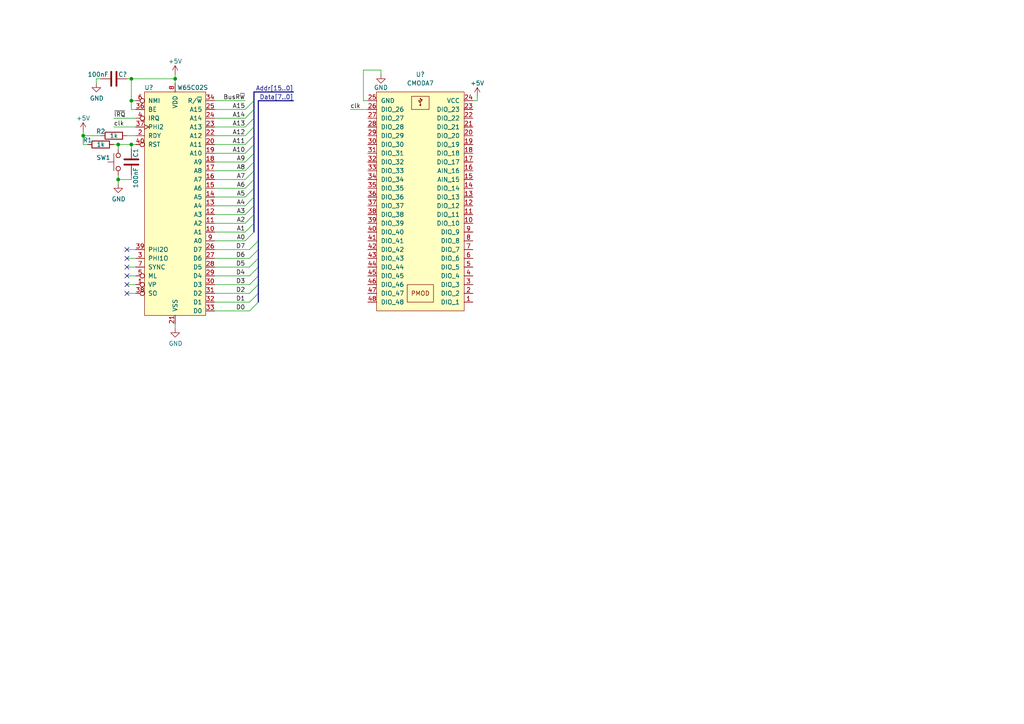
<source format=kicad_sch>
(kicad_sch (version 20211123) (generator eeschema)
  (paper "A4")
  (lib_symbols
    (symbol "6502:CMODA7" (pin_names (offset 1.2192))
      (property "Reference" "U?" (at 0 35.56 0))
      (property "Value" "CMODA7" (at 0 33.02 0))
      (symbol "CMODA7_0_0"
        (rectangle (start -12.7 30.48) (end 12.7 -33.02) (fill (type background)))
        (text "PMOD" (at 0 -27.94 0) (effects (font (size 1.27 1.27))))
      )
      (symbol "CMODA7_0_1"
        (rectangle (start -2.54 29.21) (end 2.54 25.4))
        (circle (center -0.381 27.94) (radius 0.127))
        (polyline (pts (xy 0 26.67) (xy 0 27.559)))
        (polyline (pts (xy 0 27.559) (xy 0 28.448)))
        (polyline (pts (xy 0 27.305) (xy -0.381 27.559) (xy -0.381 27.94)))
        (polyline (pts (xy 0 27.559) (xy 0.381 27.813) (xy 0.381 28.067)))
        (polyline (pts (xy 0 28.702) (xy -0.127 28.448) (xy 0.127 28.448) (xy 0 28.702)))
        (circle (center 0 26.67) (radius 0.1796) (fill (type outline)))
        (rectangle (start 0.254 28.067) (end 0.508 28.321) (fill (type outline)))
      )
      (symbol "CMODA7_1_1"
        (rectangle (start -3.81 -25.4) (end 3.81 -30.48))
        (pin tri_state line (at 15.24 -30.48 180) (length 2.54) (name "DIO_1") (number "1"))
        (pin tri_state line (at 15.24 -7.62 180) (length 2.54) (name "DIO_10") (number "10"))
        (pin tri_state line (at 15.24 -5.08 180) (length 2.54) (name "DIO_11") (number "11"))
        (pin tri_state line (at 15.24 -2.54 180) (length 2.54) (name "DIO_12") (number "12"))
        (pin tri_state line (at 15.24 0 180) (length 2.54) (name "DIO_13") (number "13"))
        (pin tri_state line (at 15.24 2.54 180) (length 2.54) (name "DIO_14") (number "14"))
        (pin tri_state line (at 15.24 5.08 180) (length 2.54) (name "AIN_15") (number "15"))
        (pin tri_state line (at 15.24 7.62 180) (length 2.54) (name "AIN_16") (number "16"))
        (pin tri_state line (at 15.24 10.16 180) (length 2.54) (name "DIO_17") (number "17"))
        (pin tri_state line (at 15.24 12.7 180) (length 2.54) (name "DIO_18") (number "18"))
        (pin tri_state line (at 15.24 15.24 180) (length 2.54) (name "DIO_19") (number "19"))
        (pin tri_state line (at 15.24 -27.94 180) (length 2.54) (name "DIO_2") (number "2"))
        (pin tri_state line (at 15.24 17.78 180) (length 2.54) (name "DIO_20") (number "20"))
        (pin tri_state line (at 15.24 20.32 180) (length 2.54) (name "DIO_21") (number "21"))
        (pin tri_state line (at 15.24 22.86 180) (length 2.54) (name "DIO_22") (number "22"))
        (pin tri_state line (at 15.24 25.4 180) (length 2.54) (name "DIO_23") (number "23"))
        (pin power_out line (at 15.24 27.94 180) (length 2.54) (name "VCC") (number "24"))
        (pin power_in line (at -15.24 27.94 0) (length 2.54) (name "GND") (number "25"))
        (pin tri_state line (at -15.24 25.4 0) (length 2.54) (name "DIO_26") (number "26"))
        (pin tri_state line (at -15.24 22.86 0) (length 2.54) (name "DIO_27") (number "27"))
        (pin tri_state line (at -15.24 20.32 0) (length 2.54) (name "DIO_28") (number "28"))
        (pin tri_state line (at -15.24 17.78 0) (length 2.54) (name "DIO_29") (number "29"))
        (pin tri_state line (at 15.24 -25.4 180) (length 2.54) (name "DIO_3") (number "3"))
        (pin tri_state line (at -15.24 15.24 0) (length 2.54) (name "DIO_30") (number "30"))
        (pin tri_state line (at -15.24 12.7 0) (length 2.54) (name "DIO_31") (number "31"))
        (pin tri_state line (at -15.24 10.16 0) (length 2.54) (name "DIO_32") (number "32"))
        (pin tri_state line (at -15.24 7.62 0) (length 2.54) (name "DIO_33") (number "33"))
        (pin tri_state line (at -15.24 5.08 0) (length 2.54) (name "DIO_34") (number "34"))
        (pin tri_state line (at -15.24 2.54 0) (length 2.54) (name "DIO_35") (number "35"))
        (pin tri_state line (at -15.24 0 0) (length 2.54) (name "DIO_36") (number "36"))
        (pin tri_state line (at -15.24 -2.54 0) (length 2.54) (name "DIO_37") (number "37"))
        (pin tri_state line (at -15.24 -5.08 0) (length 2.54) (name "DIO_38") (number "38"))
        (pin tri_state line (at -15.24 -7.62 0) (length 2.54) (name "DIO_39") (number "39"))
        (pin tri_state line (at 15.24 -22.86 180) (length 2.54) (name "DIO_4") (number "4"))
        (pin tri_state line (at -15.24 -10.16 0) (length 2.54) (name "DIO_40") (number "40"))
        (pin tri_state line (at -15.24 -12.7 0) (length 2.54) (name "DIO_41") (number "41"))
        (pin tri_state line (at -15.24 -15.24 0) (length 2.54) (name "DIO_42") (number "42"))
        (pin tri_state line (at -15.24 -17.78 0) (length 2.54) (name "DIO_43") (number "43"))
        (pin tri_state line (at -15.24 -20.32 0) (length 2.54) (name "DIO_44") (number "44"))
        (pin tri_state line (at -15.24 -22.86 0) (length 2.54) (name "DIO_45") (number "45"))
        (pin tri_state line (at -15.24 -25.4 0) (length 2.54) (name "DIO_46") (number "46"))
        (pin tri_state line (at -15.24 -27.94 0) (length 2.54) (name "DIO_47") (number "47"))
        (pin tri_state line (at -15.24 -30.48 0) (length 2.54) (name "DIO_48") (number "48"))
        (pin tri_state line (at 15.24 -20.32 180) (length 2.54) (name "DIO_5") (number "5"))
        (pin tri_state line (at 15.24 -17.78 180) (length 2.54) (name "DIO_6") (number "6"))
        (pin tri_state line (at 15.24 -15.24 180) (length 2.54) (name "DIO_7") (number "7"))
        (pin tri_state line (at 15.24 -12.7 180) (length 2.54) (name "DIO_8") (number "8"))
        (pin tri_state line (at 15.24 -10.16 180) (length 2.54) (name "DIO_9") (number "9"))
      )
    )
    (symbol "6502:SW_Push" (pin_numbers hide) (pin_names (offset 1.016) hide)
      (property "Reference" "SW" (at 1.27 2.54 0))
      (property "Value" "SW_Push" (at 0 -1.524 0))
      (symbol "SW_Push_0_1"
        (polyline (pts (xy 0 1.27) (xy 0 3.048)))
        (polyline (pts (xy 2.54 1.27) (xy -2.54 1.27)))
        (pin passive inverted (at -3.81 0 0) (length 2.54) (name "1") (number "1"))
        (pin passive inverted (at 3.81 0 180) (length 2.54) (name "2") (number "2"))
      )
    )
    (symbol "6502:W65C02S" (pin_names (offset 1.016))
      (property "Reference" "U" (at 2.54 33.02 0))
      (property "Value" "W65C02S" (at -6.35 33.02 0))
      (symbol "W65C02S_0_1"
        (rectangle (start -8.89 31.75) (end 8.89 -33.02) (fill (type background)))
      )
      (symbol "W65C02S_1_1"
        (pin output inverted (at -11.43 -24.13 0) (length 2.54) (name "VP") (number "1"))
        (pin tri_state line (at 11.43 -8.89 180) (length 2.54) (name "A1") (number "10"))
        (pin tri_state line (at 11.43 -6.35 180) (length 2.54) (name "A2") (number "11"))
        (pin tri_state line (at 11.43 -3.81 180) (length 2.54) (name "A3") (number "12"))
        (pin tri_state line (at 11.43 -1.27 180) (length 2.54) (name "A4") (number "13"))
        (pin tri_state line (at 11.43 1.27 180) (length 2.54) (name "A5") (number "14"))
        (pin tri_state line (at 11.43 3.81 180) (length 2.54) (name "A6") (number "15"))
        (pin tri_state line (at 11.43 6.35 180) (length 2.54) (name "A7") (number "16"))
        (pin tri_state line (at 11.43 8.89 180) (length 2.54) (name "A8") (number "17"))
        (pin tri_state line (at 11.43 11.43 180) (length 2.54) (name "A9") (number "18"))
        (pin tri_state line (at 11.43 13.97 180) (length 2.54) (name "A10") (number "19"))
        (pin input line (at -11.43 19.05 0) (length 2.54) (name "RDY") (number "2"))
        (pin tri_state line (at 11.43 16.51 180) (length 2.54) (name "A11") (number "20"))
        (pin power_in line (at 0 -35.56 90) (length 2.54) (name "VSS") (number "21"))
        (pin tri_state line (at 11.43 19.05 180) (length 2.54) (name "A12") (number "22"))
        (pin tri_state line (at 11.43 21.59 180) (length 2.54) (name "A13") (number "23"))
        (pin tri_state line (at 11.43 24.13 180) (length 2.54) (name "A14") (number "24"))
        (pin tri_state line (at 11.43 26.67 180) (length 2.54) (name "A15") (number "25"))
        (pin tri_state line (at 11.43 -13.97 180) (length 2.54) (name "D7") (number "26"))
        (pin tri_state line (at 11.43 -16.51 180) (length 2.54) (name "D6") (number "27"))
        (pin tri_state line (at 11.43 -19.05 180) (length 2.54) (name "D5") (number "28"))
        (pin tri_state line (at 11.43 -21.59 180) (length 2.54) (name "D4") (number "29"))
        (pin output line (at -11.43 -16.51 0) (length 2.54) (name "PHI1O") (number "3"))
        (pin tri_state line (at 11.43 -24.13 180) (length 2.54) (name "D3") (number "30"))
        (pin tri_state line (at 11.43 -26.67 180) (length 2.54) (name "D2") (number "31"))
        (pin tri_state line (at 11.43 -29.21 180) (length 2.54) (name "D1") (number "32"))
        (pin tri_state line (at 11.43 -31.75 180) (length 2.54) (name "D0") (number "33"))
        (pin output line (at 11.43 29.21 180) (length 2.54) (name "R/~{W}") (number "34"))
        (pin input line (at -11.43 26.67 0) (length 2.54) (name "BE") (number "36"))
        (pin input clock (at -11.43 21.59 0) (length 2.54) (name "PHI2") (number "37"))
        (pin input inverted (at -11.43 -26.67 0) (length 2.54) (name "SO") (number "38"))
        (pin output line (at -11.43 -13.97 0) (length 2.54) (name "PHI2O") (number "39"))
        (pin input inverted (at -11.43 24.13 0) (length 2.54) (name "IRQ") (number "4"))
        (pin input inverted (at -11.43 16.51 0) (length 2.54) (name "RST") (number "40"))
        (pin output inverted (at -11.43 -21.59 0) (length 2.54) (name "ML") (number "5"))
        (pin input inverted (at -11.43 29.21 0) (length 2.54) (name "NMI") (number "6"))
        (pin output line (at -11.43 -19.05 0) (length 2.54) (name "SYNC") (number "7"))
        (pin power_in line (at 0 34.29 270) (length 2.54) (name "VDD") (number "8"))
        (pin tri_state line (at 11.43 -11.43 180) (length 2.54) (name "A0") (number "9"))
      )
    )
    (symbol "Device:C" (pin_numbers hide) (pin_names (offset 0.254))
      (property "Reference" "C" (at 0.635 2.54 0))
      (property "Value" "C" (at 0.635 -2.54 0))
      (symbol "C_0_1"
        (polyline (pts (xy -2.032 -0.762) (xy 2.032 -0.762)) (stroke (width 0.508)))
        (polyline (pts (xy -2.032 0.762) (xy 2.032 0.762)) (stroke (width 0.508)))
      )
      (symbol "C_1_1"
        (pin passive line (at 0 3.81 270) (length 2.794) (name "~") (number "1"))
        (pin passive line (at 0 -3.81 90) (length 2.794) (name "~") (number "2"))
      )
    )
    (symbol "Device:R" (pin_numbers hide) (pin_names (offset 0))
      (property "Reference" "R" (at 2.032 0 90))
      (property "Value" "R" (at 0 0 90))
      (symbol "R_0_1"
        (rectangle (start -1.016 -2.54) (end 1.016 2.54) (stroke (width 0.254)))
      )
      (symbol "R_1_1"
        (pin passive line (at 0 3.81 270) (length 1.27) (name "~") (number "1"))
        (pin passive line (at 0 -3.81 90) (length 1.27) (name "~") (number "2"))
      )
    )
    (symbol "power:+5V" (power) (pin_names (offset 0))
      (property "Value" "+5V" (at 0 3.556 0))
      (symbol "+5V_0_1"
        (polyline (pts (xy -0.762 1.27) (xy 0 2.54)))
        (polyline (pts (xy 0 0) (xy 0 2.54)))
        (polyline (pts (xy 0 2.54) (xy 0.762 1.27)))
      )
      (symbol "+5V_1_1"
        (pin power_in line (at 0 0 90) (length 0) hide (name "+5V") (number "1"))
      )
    )
    (symbol "power:GND" (power) (pin_names (offset 0))
      (property "Value" "GND" (at 0 -3.81 0))
      (symbol "GND_0_1"
        (polyline (pts (xy 0 0) (xy 0 -1.27) (xy 1.27 -1.27) (xy 0 -2.54) (xy -1.27 -1.27) (xy 0 -1.27)))
      )
      (symbol "GND_1_1"
        (pin power_in line (at 0 0 270) (length 0) hide (name "GND") (number "1"))
      )
    )
  )
  (junction (at 34.29 52.07))
  (junction (at 34.29 41.91))
  (junction (at 24.13 39.37))
  (junction (at 50.8 22.86))
  (junction (at 38.1 29.21))
  (junction (at 38.1 41.91))
  (junction (at 38.1 22.86))
  (no_connect (at 36.83 85.09))
  (no_connect (at 36.83 77.47))
  (no_connect (at 36.83 82.55))
  (no_connect (at 36.83 72.39))
  (no_connect (at 36.83 80.01))
  (no_connect (at 36.83 74.93))
  (bus_entry (at 73.66 67.31) (size -2.54 2.54))
  (bus_entry (at 72.39 80.01) (size 2.54 -2.54))
  (bus_entry (at 72.39 85.09) (size 2.54 -2.54))
  (bus_entry (at 73.66 49.53) (size -2.54 2.54))
  (bus_entry (at 73.66 44.45) (size -2.54 2.54))
  (bus_entry (at 73.66 36.83) (size -2.54 2.54))
  (bus_entry (at 72.39 82.55) (size 2.54 -2.54))
  (bus_entry (at 73.66 39.37) (size -2.54 2.54))
  (bus_entry (at 73.66 52.07) (size -2.54 2.54))
  (bus_entry (at 73.66 34.29) (size -2.54 2.54))
  (bus_entry (at 73.66 29.21) (size -2.54 2.54))
  (bus_entry (at 72.39 87.63) (size 2.54 -2.54))
  (bus_entry (at 73.66 57.15) (size -2.54 2.54))
  (bus_entry (at 73.66 59.69) (size -2.54 2.54))
  (bus_entry (at 73.66 31.75) (size -2.54 2.54))
  (bus_entry (at 73.66 64.77) (size -2.54 2.54))
  (bus_entry (at 72.39 90.17) (size 2.54 -2.54))
  (bus_entry (at 72.39 72.39) (size 2.54 -2.54))
  (bus_entry (at 73.66 54.61) (size -2.54 2.54))
  (bus_entry (at 72.39 77.47) (size 2.54 -2.54))
  (bus_entry (at 73.66 46.99) (size -2.54 2.54))
  (bus_entry (at 73.66 41.91) (size -2.54 2.54))
  (bus_entry (at 73.66 62.23) (size -2.54 2.54))
  (bus_entry (at 72.39 74.93) (size 2.54 -2.54))
  (wire (pts (xy 72.39 77.47) (xy 62.23 77.47)))
  (wire (pts (xy 38.1 22.86) (xy 38.1 29.21)))
  (wire (pts (xy 72.39 74.93) (xy 62.23 74.93)))
  (wire (pts (xy 71.12 69.85) (xy 62.23 69.85)))
  (wire (pts (xy 71.12 36.83) (xy 62.23 36.83)))
  (bus (pts (xy 74.93 80.01) (xy 74.93 82.55)))
  (wire (pts (xy 38.1 31.75) (xy 38.1 29.21)))
  (wire (pts (xy 72.39 72.39) (xy 62.23 72.39)))
  (bus (pts (xy 74.93 69.85) (xy 74.93 72.39)))
  (bus (pts (xy 74.93 29.21) (xy 74.93 69.85)))
  (wire (pts (xy 71.12 49.53) (xy 62.23 49.53)))
  (wire (pts (xy 101.6 31.75) (xy 106.68 31.75)))
  (wire (pts (xy 110.49 20.32) (xy 105.41 20.32)))
  (wire (pts (xy 39.37 77.47) (xy 36.83 77.47)))
  (wire (pts (xy 33.02 36.83) (xy 39.37 36.83)))
  (bus (pts (xy 73.66 31.75) (xy 73.66 34.29)))
  (wire (pts (xy 27.94 24.13) (xy 27.94 22.86)))
  (bus (pts (xy 73.66 62.23) (xy 73.66 64.77)))
  (wire (pts (xy 34.29 52.07) (xy 34.29 53.34)))
  (bus (pts (xy 73.66 64.77) (xy 73.66 67.31)))
  (bus (pts (xy 73.66 26.67) (xy 73.66 29.21)))
  (wire (pts (xy 110.49 21.59) (xy 110.49 20.32)))
  (wire (pts (xy 38.1 50.8) (xy 38.1 52.07)))
  (wire (pts (xy 71.12 44.45) (xy 62.23 44.45)))
  (bus (pts (xy 73.66 36.83) (xy 73.66 39.37)))
  (wire (pts (xy 71.12 64.77) (xy 62.23 64.77)))
  (wire (pts (xy 39.37 39.37) (xy 36.83 39.37)))
  (wire (pts (xy 38.1 22.86) (xy 36.83 22.86)))
  (bus (pts (xy 73.66 41.91) (xy 73.66 44.45)))
  (wire (pts (xy 38.1 43.18) (xy 38.1 41.91)))
  (wire (pts (xy 24.13 39.37) (xy 24.13 38.1)))
  (wire (pts (xy 71.12 59.69) (xy 62.23 59.69)))
  (bus (pts (xy 73.66 29.21) (xy 73.66 31.75)))
  (wire (pts (xy 72.39 87.63) (xy 62.23 87.63)))
  (wire (pts (xy 38.1 29.21) (xy 39.37 29.21)))
  (bus (pts (xy 73.66 46.99) (xy 73.66 49.53)))
  (wire (pts (xy 38.1 52.07) (xy 34.29 52.07)))
  (wire (pts (xy 50.8 21.59) (xy 50.8 22.86)))
  (wire (pts (xy 38.1 41.91) (xy 34.29 41.91)))
  (wire (pts (xy 50.8 95.25) (xy 50.8 93.98)))
  (wire (pts (xy 39.37 82.55) (xy 36.83 82.55)))
  (bus (pts (xy 74.93 77.47) (xy 74.93 80.01)))
  (wire (pts (xy 71.12 46.99) (xy 62.23 46.99)))
  (bus (pts (xy 73.66 57.15) (xy 73.66 59.69)))
  (wire (pts (xy 39.37 80.01) (xy 36.83 80.01)))
  (wire (pts (xy 72.39 90.17) (xy 62.23 90.17)))
  (wire (pts (xy 50.8 22.86) (xy 38.1 22.86)))
  (wire (pts (xy 50.8 22.86) (xy 50.8 24.13)))
  (wire (pts (xy 34.29 43.18) (xy 34.29 41.91)))
  (wire (pts (xy 29.21 39.37) (xy 24.13 39.37)))
  (bus (pts (xy 73.66 44.45) (xy 73.66 46.99)))
  (wire (pts (xy 71.12 52.07) (xy 62.23 52.07)))
  (bus (pts (xy 74.93 85.09) (xy 74.93 87.63)))
  (bus (pts (xy 73.66 52.07) (xy 73.66 54.61)))
  (wire (pts (xy 72.39 80.01) (xy 62.23 80.01)))
  (wire (pts (xy 39.37 74.93) (xy 36.83 74.93)))
  (bus (pts (xy 73.66 26.67) (xy 85.09 26.67)))
  (wire (pts (xy 39.37 85.09) (xy 36.83 85.09)))
  (wire (pts (xy 38.1 31.75) (xy 39.37 31.75)))
  (wire (pts (xy 105.41 20.32) (xy 105.41 29.21)))
  (wire (pts (xy 39.37 72.39) (xy 36.83 72.39)))
  (wire (pts (xy 34.29 50.8) (xy 34.29 52.07)))
  (wire (pts (xy 138.43 29.21) (xy 137.16 29.21)))
  (bus (pts (xy 73.66 54.61) (xy 73.66 57.15)))
  (bus (pts (xy 73.66 59.69) (xy 73.66 62.23)))
  (wire (pts (xy 71.12 57.15) (xy 62.23 57.15)))
  (wire (pts (xy 24.13 39.37) (xy 24.13 41.91)))
  (wire (pts (xy 24.13 41.91) (xy 25.4 41.91)))
  (bus (pts (xy 74.93 82.55) (xy 74.93 85.09)))
  (wire (pts (xy 72.39 82.55) (xy 62.23 82.55)))
  (wire (pts (xy 71.12 54.61) (xy 62.23 54.61)))
  (wire (pts (xy 71.12 62.23) (xy 62.23 62.23)))
  (wire (pts (xy 62.23 29.21) (xy 71.12 29.21)))
  (bus (pts (xy 74.93 29.21) (xy 85.09 29.21)))
  (wire (pts (xy 71.12 39.37) (xy 62.23 39.37)))
  (bus (pts (xy 73.66 39.37) (xy 73.66 41.91)))
  (wire (pts (xy 138.43 27.94) (xy 138.43 29.21)))
  (wire (pts (xy 105.41 29.21) (xy 106.68 29.21)))
  (bus (pts (xy 74.93 74.93) (xy 74.93 77.47)))
  (wire (pts (xy 34.29 41.91) (xy 33.02 41.91)))
  (wire (pts (xy 71.12 34.29) (xy 62.23 34.29)))
  (wire (pts (xy 71.12 41.91) (xy 62.23 41.91)))
  (wire (pts (xy 72.39 85.09) (xy 62.23 85.09)))
  (wire (pts (xy 39.37 41.91) (xy 38.1 41.91)))
  (bus (pts (xy 73.66 49.53) (xy 73.66 52.07)))
  (bus (pts (xy 73.66 34.29) (xy 73.66 36.83)))
  (wire (pts (xy 33.02 34.29) (xy 39.37 34.29)))
  (wire (pts (xy 71.12 31.75) (xy 62.23 31.75)))
  (wire (pts (xy 27.94 22.86) (xy 29.21 22.86)))
  (bus (pts (xy 74.93 72.39) (xy 74.93 74.93)))
  (wire (pts (xy 71.12 67.31) (xy 62.23 67.31)))
  (label "clk" (at 33.02 36.83 0))
  (label "D7" (at 71.12 72.39 180))
  (label "A3" (at 71.12 62.23 180))
  (label "D0" (at 71.12 90.17 180))
  (label "Addr[15..0]" (at 85.09 26.67 180))
  (label "A8" (at 71.12 49.53 180))
  (label "Data[7..0]" (at 85.09 29.21 180))
  (label "D6" (at 71.12 74.93 180))
  (label "BusR~{W}" (at 71.12 29.21 180))
  (label "D4" (at 71.12 80.01 180))
  (label "A7" (at 71.12 52.07 180))
  (label "A10" (at 71.12 44.45 180))
  (label "A4" (at 71.12 59.69 180))
  (label "A1" (at 71.12 67.31 180))
  (label "A14" (at 71.12 34.29 180))
  (label "A12" (at 71.12 39.37 180))
  (label "D1" (at 71.12 87.63 180))
  (label "~{IRQ}" (at 33.02 34.29 0))
  (label "D3" (at 71.12 82.55 180))
  (label "D5" (at 71.12 77.47 180))
  (label "A6" (at 71.12 54.61 180))
  (label "clk" (at 101.6 31.75 0))
  (label "D2" (at 71.12 85.09 180))
  (label "A2" (at 71.12 64.77 180))
  (label "A9" (at 71.12 46.99 180))
  (label "A0" (at 71.12 69.85 180))
  (label "A15" (at 71.12 31.75 180))
  (label "A11" (at 71.12 41.91 180))
  (label "A5" (at 71.12 57.15 180))
  (label "A13" (at 71.12 36.83 180))
  (symbol (lib_id "6502:W65C02S") (at 50.8 58.42 0) (unit 1)
    (property "Reference" "U?" (at 43.18 25.4 0))
    (property "Value" "W65C02S" (at 55.88 25.4 0))
  )
  (symbol (lib_id "power:GND") (at 50.8 95.25 0) (unit 1)
    (property "Reference" "#PWR?" (effects hide))
    (property "Value" "GND" (at 50.927 99.6442 0))
  )
  (symbol (lib_id "Device:R") (at 33.02 39.37 270) (unit 1)
    (property "Reference" "R2" (at 29.21 38.1 90))
    (property "Value" "1k" (at 33.02 39.37 90))
    (property "Footprint" "Resistor_SMD:R_0805_2012Metric" (effects hide))
  )
  (symbol (lib_id "Device:R") (at 29.21 41.91 270) (unit 1)
    (property "Reference" "R1" (at 25.4 40.64 90))
    (property "Value" "1k" (at 29.21 41.91 90))
    (property "Footprint" "Resistor_SMD:R_0805_2012Metric" (effects hide))
  )
  (symbol (lib_id "Device:C") (at 38.1 46.99 0) (unit 1)
    (property "Reference" "C1" (at 39.37 45.72 90) (effects (justify left)))
    (property "Value" "100nF" (at 39.37 54.61 90) (effects (justify left)))
    (property "Footprint" "Capacitor_SMD:C_0805_2012Metric" (effects hide))
  )
  (symbol (lib_id "6502:SW_Push") (at 34.29 46.99 90) (unit 1)
    (property "Reference" "SW1" (at 27.94 45.72 90) (effects (justify right)))
    (property "Value" "SW_Push" (effects hide))
    (property "Footprint" "Button_Switch_SMD:SW_Push_1P1T_NO_6x6mm_H9.5mm" (effects hide))
  )
  (symbol (lib_id "power:GND") (at 34.29 53.34 0) (unit 1)
    (property "Reference" "#PWR0104" (effects hide))
    (property "Value" "GND" (at 34.417 57.7342 0))
  )
  (symbol (lib_id "Device:C") (at 33.02 22.86 270) (unit 1)
    (property "Reference" "C?" (at 34.29 21.59 90) (effects (justify left)))
    (property "Value" "100nF" (at 25.4 21.59 90) (effects (justify left)))
    (property "Footprint" "Capacitor_SMD:C_0805_2012Metric" (effects hide))
  )
  (symbol (lib_id "power:GND") (at 27.94 24.13 0) (unit 1)
    (property "Reference" "#PWR?" (effects hide))
    (property "Value" "GND" (at 28.067 28.5242 0))
  )
  (symbol (lib_id "power:GND") (at 110.49 21.59 0) (unit 1)
    (property "Reference" "#PWR?" (effects hide))
    (property "Value" "GND" (at 110.49 25.4 0))
  )
  (symbol (lib_id "power:+5V") (at 50.8 21.59 0) (unit 1)
    (property "Reference" "#PWR?" (effects hide))
    (property "Value" "+5V" (at 50.8 17.78 0))
  )
  (symbol (lib_id "power:+5V") (at 24.13 38.1 0) (unit 1)
    (property "Reference" "#PWR?" (effects hide))
    (property "Value" "+5V" (at 24.13 34.29 0))
  )
  (symbol (lib_id "power:+5V") (at 138.43 27.94 0) (unit 1)
    (property "Reference" "#PWR?" (effects hide))
    (property "Value" "+5V" (at 138.43 24.13 0))
  )
  (symbol (lib_id "6502:CMODA7") (at 121.92 57.15 0) (unit 1)
    (property "Reference" "U?" (at 121.92 21.59 0))
    (property "Value" "CMODA7" (at 121.92 24.13 0))
  )
)
</source>
